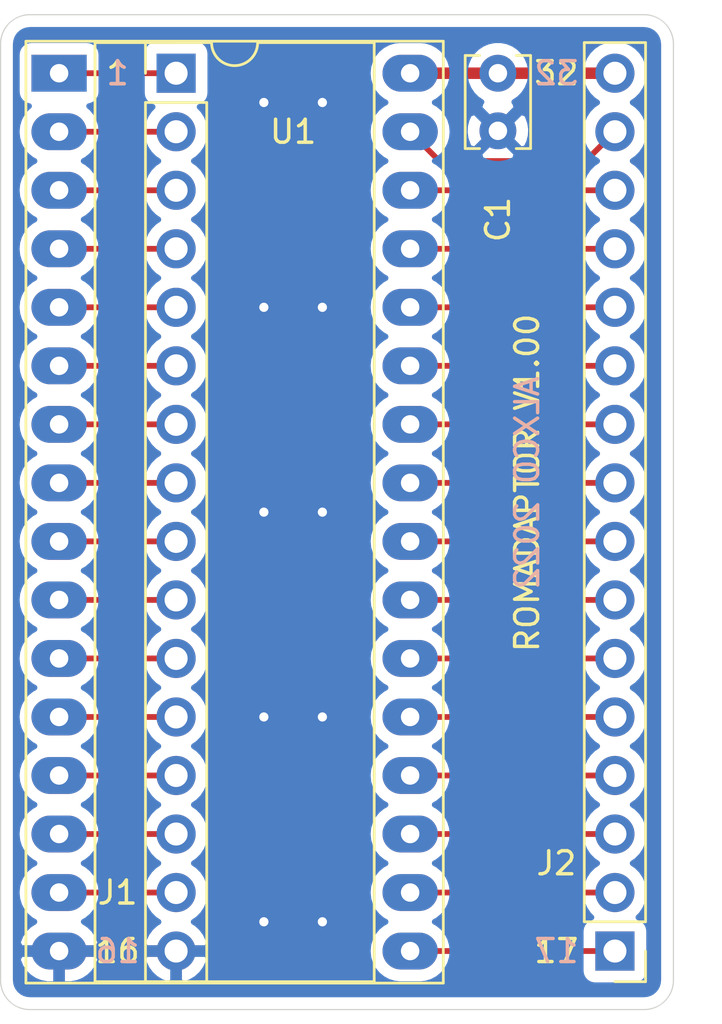
<source format=kicad_pcb>
(kicad_pcb (version 20211014) (generator pcbnew)
  (layers (0 "F.Cu" signal) (31 "B.Cu" signal) (34 "B.Paste" user) (35 "F.Paste" user) (36 "B.SilkS" user "B.Silkscreen") (37 "F.SilkS" user "F.Silkscreen") (38 "B.Mask" user) (39 "F.Mask" user) (44 "Edge.Cuts" user))
  (net 0 "")
  (net 1 "GND")
  (net 2 "+5V")
  (net 3 "/D2")
  (net 4 "/D1")
  (net 5 "/D0")
  (net 6 "/A0")
  (net 7 "/A1")
  (net 8 "/A2")
  (net 9 "/A3")
  (net 10 "/A4")
  (net 11 "/A5")
  (net 12 "/A6")
  (net 13 "/A7")
  (net 14 "/A12")
  (net 15 "/A15")
  (net 16 "/A16")
  (net 17 "/A18")
  (net 18 "/WR_N")
  (net 19 "/A17")
  (net 20 "/A14")
  (net 21 "/A13")
  (net 22 "/A8")
  (net 23 "/A9")
  (net 24 "/A11")
  (net 25 "/RD_N")
  (net 26 "/A10")
  (net 27 "/ROMCS_N")
  (net 28 "/D7")
  (net 29 "/D6")
  (net 30 "/D5")
  (net 31 "/D4")
  (net 32 "/D3")
  (footprint "Capacitor_THT:C_Disc_D3.8mm_W2.6mm_P2.50mm" (layer "F.Cu") (at 46.99 35.56 -90)
    (fp_text reference "C1" (at 6.35 0 90) (layer "F.SilkS"))
    (fp_text value "100n")
    (fp_line (start -0.77 0.795) (end -0.77 1.42) (layer "F.SilkS") (width 0.12))
    (fp_line (start -0.77 1.42) (end 3.27 1.42) (layer "F.SilkS") (width 0.12))
    (fp_line (start -0.77 -1.42) (end -0.77 -0.795) (layer "F.SilkS") (width 0.12))
    (fp_line (start 3.27 0.795) (end 3.27 1.42) (layer "F.SilkS") (width 0.12))
    (fp_line (start -0.77 -1.42) (end 3.27 -1.42) (layer "F.SilkS") (width 0.12))
    (fp_line (start 3.27 -1.42) (end 3.27 -0.795) (layer "F.SilkS") (width 0.12))
    (pad "1" thru_hole circle locked (at 0 0 270) (size 1.6 1.6) (drill 0.8) (layers *.Cu *.Mask) (net 2 "+5V"))
    (pad "2" thru_hole circle locked (at 2.5 0 270) (size 1.6 1.6) (drill 0.8) (layers *.Cu *.Mask) (net 1 "GND"))
  )
  (footprint "Connector_PinHeader_2.54mm:PinHeader_1x16_P2.54mm_Vertical" (layer "F.Cu") (at 33.02 35.56)
    (fp_text reference "J1" (at -2.54 35.56) (layer "F.SilkS"))
    (fp_text value "Conn_01x16")
    (fp_line (start -1.33 0) (end -1.33 -1.33) (layer "F.SilkS") (width 0.12))
    (fp_line (start -1.33 1.27) (end 1.33 1.27) (layer "F.SilkS") (width 0.12))
    (fp_line (start -1.33 1.27) (end -1.33 39.43) (layer "F.SilkS") (width 0.12))
    (fp_line (start 1.33 1.27) (end 1.33 39.43) (layer "F.SilkS") (width 0.12))
    (fp_line (start -1.33 -1.33) (end 0 -1.33) (layer "F.SilkS") (width 0.12))
    (fp_line (start -1.33 39.43) (end 1.33 39.43) (layer "F.SilkS") (width 0.12))
    (pad "1" thru_hole rect locked (at 0 0) (size 1.7 1.7) (drill 1) (layers *.Cu *.Mask) (net 17 "/A18"))
    (pad "2" thru_hole oval locked (at 0 2.54) (size 1.7 1.7) (drill 1) (layers *.Cu *.Mask) (net 16 "/A16"))
    (pad "3" thru_hole oval locked (at 0 5.08) (size 1.7 1.7) (drill 1) (layers *.Cu *.Mask) (net 15 "/A15"))
    (pad "4" thru_hole oval locked (at 0 7.62) (size 1.7 1.7) (drill 1) (layers *.Cu *.Mask) (net 14 "/A12"))
    (pad "5" thru_hole oval locked (at 0 10.16) (size 1.7 1.7) (drill 1) (layers *.Cu *.Mask) (net 13 "/A7"))
    (pad "6" thru_hole oval locked (at 0 12.7) (size 1.7 1.7) (drill 1) (layers *.Cu *.Mask) (net 12 "/A6"))
    (pad "7" thru_hole oval locked (at 0 15.24) (size 1.7 1.7) (drill 1) (layers *.Cu *.Mask) (net 11 "/A5"))
    (pad "8" thru_hole oval locked (at 0 17.78) (size 1.7 1.7) (drill 1) (layers *.Cu *.Mask) (net 10 "/A4"))
    (pad "9" thru_hole oval locked (at 0 20.32) (size 1.7 1.7) (drill 1) (layers *.Cu *.Mask) (net 9 "/A3"))
    (pad "10" thru_hole oval locked (at 0 22.86) (size 1.7 1.7) (drill 1) (layers *.Cu *.Mask) (net 8 "/A2"))
    (pad "11" thru_hole oval locked (at 0 25.4) (size 1.7 1.7) (drill 1) (layers *.Cu *.Mask) (net 7 "/A1"))
    (pad "12" thru_hole oval locked (at 0 27.94) (size 1.7 1.7) (drill 1) (layers *.Cu *.Mask) (net 6 "/A0"))
    (pad "13" thru_hole oval locked (at 0 30.48) (size 1.7 1.7) (drill 1) (layers *.Cu *.Mask) (net 5 "/D0"))
    (pad "14" thru_hole oval locked (at 0 33.02) (size 1.7 1.7) (drill 1) (layers *.Cu *.Mask) (net 4 "/D1"))
    (pad "15" thru_hole oval locked (at 0 35.56) (size 1.7 1.7) (drill 1) (layers *.Cu *.Mask) (net 3 "/D2"))
    (pad "16" thru_hole oval locked (at 0 38.1) (size 1.7 1.7) (drill 1) (layers *.Cu *.Mask) (net 1 "GND"))
  )
  (footprint "Connector_PinHeader_2.54mm:PinHeader_1x16_P2.54mm_Vertical" (layer "F.Cu") (at 52.07 73.66 180)
    (fp_text reference "J2" (at 2.54 3.81) (layer "F.SilkS"))
    (fp_text value "Conn_01x16")
    (fp_line (start -1.33 0) (end -1.33 -1.33) (layer "F.SilkS") (width 0.12))
    (fp_line (start -1.33 1.27) (end 1.33 1.27) (layer "F.SilkS") (width 0.12))
    (fp_line (start -1.33 -1.33) (end 0 -1.33) (layer "F.SilkS") (width 0.12))
    (fp_line (start -1.33 39.43) (end 1.33 39.43) (layer "F.SilkS") (width 0.12))
    (fp_line (start 1.33 1.27) (end 1.33 39.43) (layer "F.SilkS") (width 0.12))
    (fp_line (start -1.33 1.27) (end -1.33 39.43) (layer "F.SilkS") (width 0.12))
    (pad "1" thru_hole rect locked (at 0 0 180) (size 1.7 1.7) (drill 1) (layers *.Cu *.Mask) (net 32 "/D3"))
    (pad "2" thru_hole oval locked (at 0 2.54 180) (size 1.7 1.7) (drill 1) (layers *.Cu *.Mask) (net 31 "/D4"))
    (pad "3" thru_hole oval locked (at 0 5.08 180) (size 1.7 1.7) (drill 1) (layers *.Cu *.Mask) (net 30 "/D5"))
    (pad "4" thru_hole oval locked (at 0 7.62 180) (size 1.7 1.7) (drill 1) (layers *.Cu *.Mask) (net 29 "/D6"))
    (pad "5" thru_hole oval locked (at 0 10.16 180) (size 1.7 1.7) (drill 1) (layers *.Cu *.Mask) (net 28 "/D7"))
    (pad "6" thru_hole oval locked (at 0 12.7 180) (size 1.7 1.7) (drill 1) (layers *.Cu *.Mask) (net 27 "/ROMCS_N"))
    (pad "7" thru_hole oval locked (at 0 15.24 180) (size 1.7 1.7) (drill 1) (layers *.Cu *.Mask) (net 26 "/A10"))
    (pad "8" thru_hole oval locked (at 0 17.78 180) (size 1.7 1.7) (drill 1) (layers *.Cu *.Mask) (net 25 "/RD_N"))
    (pad "9" thru_hole oval locked (at 0 20.32 180) (size 1.7 1.7) (drill 1) (layers *.Cu *.Mask) (net 24 "/A11"))
    (pad "10" thru_hole oval locked (at 0 22.86 180) (size 1.7 1.7) (drill 1) (layers *.Cu *.Mask) (net 23 "/A9"))
    (pad "11" thru_hole oval locked (at 0 25.4 180) (size 1.7 1.7) (drill 1) (layers *.Cu *.Mask) (net 22 "/A8"))
    (pad "12" thru_hole oval locked (at 0 27.94 180) (size 1.7 1.7) (drill 1) (layers *.Cu *.Mask) (net 21 "/A13"))
    (pad "13" thru_hole oval locked (at 0 30.48 180) (size 1.7 1.7) (drill 1) (layers *.Cu *.Mask) (net 20 "/A14"))
    (pad "14" thru_hole oval locked (at 0 33.02 180) (size 1.7 1.7) (drill 1) (layers *.Cu *.Mask) (net 19 "/A17"))
    (pad "15" thru_hole oval locked (at 0 35.56 180) (size 1.7 1.7) (drill 1) (layers *.Cu *.Mask) (net 18 "/WR_N"))
    (pad "16" thru_hole oval locked (at 0 38.1 180) (size 1.7 1.7) (drill 1) (layers *.Cu *.Mask) (net 2 "+5V"))
  )
  (footprint "Package_DIP:DIP-32_W15.24mm_Socket_LongPads" (layer "F.Cu") (at 27.94 35.56)
    (fp_text reference "U1" (at 10.16 2.54) (layer "F.SilkS"))
    (fp_text value "SST39SF040")
    (fp_line (start -1.44 -1.39) (end -1.44 39.49) (layer "F.SilkS") (width 0.12))
    (fp_line (start 6.62 -1.33) (end 1.56 -1.33) (layer "F.SilkS") (width 0.12))
    (fp_line (start 1.56 39.43) (end 13.68 39.43) (layer "F.SilkS") (width 0.12))
    (fp_line (start 16.68 39.49) (end 16.68 -1.39) (layer "F.SilkS") (width 0.12))
    (fp_line (start 13.68 39.43) (end 13.68 -1.33) (layer "F.SilkS") (width 0.12))
    (fp_line (start 16.68 -1.39) (end -1.44 -1.39) (layer "F.SilkS") (width 0.12))
    (fp_line (start -1.44 39.49) (end 16.68 39.49) (layer "F.SilkS") (width 0.12))
    (fp_line (start 1.56 -1.33) (end 1.56 39.43) (layer "F.SilkS") (width 0.12))
    (fp_line (start 13.68 -1.33) (end 8.62 -1.33) (layer "F.SilkS") (width 0.12))
    (fp_arc (start 8.62 -1.33) (mid 7.62 -0.33) (end 6.62 -1.33) (layer "F.SilkS") (width 0.12))
    (pad "1" thru_hole rect locked (at 0 0) (size 2.4 1.6) (drill 0.8) (layers *.Cu *.Mask) (net 17 "/A18"))
    (pad "2" thru_hole oval locked (at 0 2.54) (size 2.4 1.6) (drill 0.8) (layers *.Cu *.Mask) (net 16 "/A16"))
    (pad "3" thru_hole oval locked (at 0 5.08) (size 2.4 1.6) (drill 0.8) (layers *.Cu *.Mask) (net 15 "/A15"))
    (pad "4" thru_hole oval locked (at 0 7.62) (size 2.4 1.6) (drill 0.8) (layers *.Cu *.Mask) (net 14 "/A12"))
    (pad "5" thru_hole oval locked (at 0 10.16) (size 2.4 1.6) (drill 0.8) (layers *.Cu *.Mask) (net 13 "/A7"))
    (pad "6" thru_hole oval locked (at 0 12.7) (size 2.4 1.6) (drill 0.8) (layers *.Cu *.Mask) (net 12 "/A6"))
    (pad "7" thru_hole oval locked (at 0 15.24) (size 2.4 1.6) (drill 0.8) (layers *.Cu *.Mask) (net 11 "/A5"))
    (pad "8" thru_hole oval locked (at 0 17.78) (size 2.4 1.6) (drill 0.8) (layers *.Cu *.Mask) (net 10 "/A4"))
    (pad "9" thru_hole oval locked (at 0 20.32) (size 2.4 1.6) (drill 0.8) (layers *.Cu *.Mask) (net 9 "/A3"))
    (pad "10" thru_hole oval locked (at 0 22.86) (size 2.4 1.6) (drill 0.8) (layers *.Cu *.Mask) (net 8 "/A2"))
    (pad "11" thru_hole oval locked (at 0 25.4) (size 2.4 1.6) (drill 0.8) (layers *.Cu *.Mask) (net 7 "/A1"))
    (pad "12" thru_hole oval locked (at 0 27.94) (size 2.4 1.6) (drill 0.8) (layers *.Cu *.Mask) (net 6 "/A0"))
    (pad "13" thru_hole oval locked (at 0 30.48) (size 2.4 1.6) (drill 0.8) (layers *.Cu *.Mask) (net 5 "/D0"))
    (pad "14" thru_hole oval locked (at 0 33.02) (size 2.4 1.6) (drill 0.8) (layers *.Cu *.Mask) (net 4 "/D1"))
    (pad "15" thru_hole oval locked (at 0 35.56) (size 2.4 1.6) (drill 0.8) (layers *.Cu *.Mask) (net 3 "/D2"))
    (pad "16" thru_hole oval locked (at 0 38.1) (size 2.4 1.6) (drill 0.8) (layers *.Cu *.Mask) (net 1 "GND"))
    (pad "17" thru_hole oval locked (at 15.24 38.1) (size 2.4 1.6) (drill 0.8) (layers *.Cu *.Mask) (net 32 "/D3"))
    (pad "18" thru_hole oval locked (at 15.24 35.56) (size 2.4 1.6) (drill 0.8) (layers *.Cu *.Mask) (net 31 "/D4"))
    (pad "19" thru_hole oval locked (at 15.24 33.02) (size 2.4 1.6) (drill 0.8) (layers *.Cu *.Mask) (net 30 "/D5"))
    (pad "20" thru_hole oval locked (at 15.24 30.48) (size 2.4 1.6) (drill 0.8) (layers *.Cu *.Mask) (net 29 "/D6"))
    (pad "21" thru_hole oval locked (at 15.24 27.94) (size 2.4 1.6) (drill 0.8) (layers *.Cu *.Mask) (net 28 "/D7"))
    (pad "22" thru_hole oval locked (at 15.24 25.4) (size 2.4 1.6) (drill 0.8) (layers *.Cu *.Mask) (net 27 "/ROMCS_N"))
    (pad "23" thru_hole oval locked (at 15.24 22.86) (size 2.4 1.6) (drill 0.8) (layers *.Cu *.Mask) (net 26 "/A10"))
    (pad "24" thru_hole oval locked (at 15.24 20.32) (size 2.4 1.6) (drill 0.8) (layers *.Cu *.Mask) (net 25 "/RD_N"))
    (pad "25" thru_hole oval locked (at 15.24 17.78) (size 2.4 1.6) (drill 0.8) (layers *.Cu *.Mask) (net 24 "/A11"))
    (pad "26" thru_hole oval locked (at 15.24 15.24) (size 2.4 1.6) (drill 0.8) (layers *.Cu *.Mask) (net 23 "/A9"))
    (pad "27" thru_hole oval locked (at 15.24 12.7) (size 2.4 1.6) (drill 0.8) (layers *.Cu *.Mask) (net 22 "/A8"))
    (pad "28" thru_hole oval locked (at 15.24 10.16) (size 2.4 1.6) (drill 0.8) (layers *.Cu *.Mask) (net 21 "/A13"))
    (pad "29" thru_hole oval locked (at 15.24 7.62) (size 2.4 1.6) (drill 0.8) (layers *.Cu *.Mask) (net 20 "/A14"))
    (pad "30" thru_hole oval locked (at 15.24 5.08) (size 2.4 1.6) (drill 0.8) (layers *.Cu *.Mask) (net 19 "/A17"))
    (pad "31" thru_hole oval locked (at 15.24 2.54) (size 2.4 1.6) (drill 0.8) (layers *.Cu *.Mask) (net 18 "/WR_N"))
    (pad "32" thru_hole oval locked (at 15.24 0) (size 2.4 1.6) (drill 0.8) (layers *.Cu *.Mask) (net 2 "+5V"))
  )
  (gr_arc (start 53.34 33.02) (mid 54.238026 33.391974) (end 54.61 34.29) (layer "Edge.Cuts") (width 0.05))
  (gr_arc (start 54.61 74.93) (mid 54.238026 75.828026) (end 53.34 76.2) (layer "Edge.Cuts") (width 0.05))
  (gr_line (start 26.67 76.2) (end 53.34 76.2) (layer "Edge.Cuts") (width 0.05))
  (gr_line (start 25.4 74.93) (end 25.4 34.29) (layer "Edge.Cuts") (width 0.05))
  (gr_line (start 26.67 33.02) (end 53.34 33.02) (layer "Edge.Cuts") (width 0.05))
  (gr_arc (start 25.4 34.29) (mid 25.771974 33.391974) (end 26.67 33.02) (layer "Edge.Cuts") (width 0.05))
  (gr_line (start 54.61 34.29) (end 54.61 74.93) (layer "Edge.Cuts") (width 0.05))
  (gr_arc (start 26.67 76.2) (mid 25.771974 75.828026) (end 25.4 74.93) (layer "Edge.Cuts") (width 0.05))
  (gr_text "32" (at 49.53 35.56) (layer "B.SilkS") (effects (font (size 1 1)) (justify mirror)))
  (gr_text "16" (at 30.48 73.66) (layer "B.SilkS") (effects (font (size 1 1)) (justify mirror)))
  (gr_text "17" (at 49.53 73.66) (layer "B.SilkS") (effects (font (size 1 1)) (justify mirror)))
  (gr_text "1" (at 30.48 35.56) (layer "B.SilkS") (effects (font (size 1 1)) (justify mirror)))
  (gr_text "ALXCO 2022" (at 48.26 53.34 90) (layer "B.SilkS") (effects (font (size 1 1)) (justify mirror)))
  (gr_text "ROMADAPTOR V1.00" (at 48.26 53.34 90) (layer "F.SilkS") (effects (font (size 1 1))))
  (gr_text "32" (at 49.53 35.56) (layer "F.SilkS") (effects (font (size 1 1))))
  (gr_text "17" (at 49.53 73.66) (layer "F.SilkS") (effects (font (size 1 1))))
  (gr_text "1" (at 30.48 35.56) (layer "F.SilkS") (effects (font (size 1 1))))
  (gr_text "16" (at 30.48 73.66) (layer "F.SilkS") (effects (font (size 1 1))))
  (segment (start 33.02 73.66) (end 27.94 73.66) (width 0.5) (layer "F.Cu") (net 1))
  (via (at 39.37 45.72) (size 0.8) (drill 0.4) (layers "F.Cu" "B.Cu") (net 1))
  (via (at 36.83 63.5) (size 0.8) (drill 0.4) (layers "F.Cu" "B.Cu") (net 1))
  (via (at 39.37 54.61) (size 0.8) (drill 0.4) (layers "F.Cu" "B.Cu") (net 1))
  (via (at 39.37 36.83) (size 0.8) (drill 0.4) (layers "F.Cu" "B.Cu") (net 1))
  (via (at 39.37 63.5) (size 0.8) (drill 0.4) (layers "F.Cu" "B.Cu") (net 1))
  (via (at 36.83 54.61) (size 0.8) (drill 0.4) (layers "F.Cu" "B.Cu") (net 1))
  (via (at 36.83 36.83) (size 0.8) (drill 0.4) (layers "F.Cu" "B.Cu") (net 1))
  (via (at 36.83 72.39) (size 0.8) (drill 0.4) (layers "F.Cu" "B.Cu") (net 1))
  (via (at 36.83 45.72) (size 0.8) (drill 0.4) (layers "F.Cu" "B.Cu") (net 1))
  (via (at 39.37 72.39) (size 0.8) (drill 0.4) (layers "F.Cu" "B.Cu") (net 1))
  (segment (start 46.99 35.56) (end 52.07 35.56) (width 0.5) (layer "F.Cu") (net 2))
  (segment (start 43.18 35.56) (end 46.99 35.56) (width 0.5) (layer "F.Cu") (net 2))
  (segment (start 33.02 71.12) (end 27.94 71.12) (width 0.25) (layer "F.Cu") (net 3))
  (segment (start 27.94 68.58) (end 33.02 68.58) (width 0.25) (layer "F.Cu") (net 4))
  (segment (start 33.02 66.04) (end 27.94 66.04) (width 0.25) (layer "F.Cu") (net 5))
  (segment (start 27.94 63.5) (end 33.02 63.5) (width 0.25) (layer "F.Cu") (net 6))
  (segment (start 33.02 60.96) (end 27.94 60.96) (width 0.25) (layer "F.Cu") (net 7))
  (segment (start 27.94 58.42) (end 33.02 58.42) (width 0.25) (layer "F.Cu") (net 8))
  (segment (start 33.02 55.88) (end 27.94 55.88) (width 0.25) (layer "F.Cu") (net 9))
  (segment (start 27.94 53.34) (end 33.02 53.34) (width 0.25) (layer "F.Cu") (net 10))
  (segment (start 33.02 50.8) (end 27.94 50.8) (width 0.25) (layer "F.Cu") (net 11))
  (segment (start 27.94 48.26) (end 33.02 48.26) (width 0.25) (layer "F.Cu") (net 12))
  (segment (start 33.02 45.72) (end 27.94 45.72) (width 0.25) (layer "F.Cu") (net 13))
  (segment (start 27.94 43.18) (end 33.02 43.18) (width 0.25) (layer "F.Cu") (net 14))
  (segment (start 33.02 40.64) (end 27.94 40.64) (width 0.25) (layer "F.Cu") (net 15))
  (segment (start 27.94 38.1) (end 33.02 38.1) (width 0.25) (layer "F.Cu") (net 16))
  (segment (start 33.02 35.56) (end 27.94 35.56) (width 0.25) (layer "F.Cu") (net 17))
  (segment (start 50.8 39.37) (end 52.07 38.1) (width 0.25) (layer "F.Cu") (net 18))
  (segment (start 43.18 38.1) (end 44.45 39.37) (width 0.25) (layer "F.Cu") (net 18))
  (segment (start 44.45 39.37) (end 50.8 39.37) (width 0.25) (layer "F.Cu") (net 18))
  (segment (start 43.18 40.64) (end 52.07 40.64) (width 0.25) (layer "F.Cu") (net 19))
  (segment (start 43.18 43.18) (end 52.07 43.18) (width 0.25) (layer "F.Cu") (net 20))
  (segment (start 43.18 45.72) (end 52.07 45.72) (width 0.25) (layer "F.Cu") (net 21))
  (segment (start 43.18 48.26) (end 52.07 48.26) (width 0.25) (layer "F.Cu") (net 22))
  (segment (start 43.18 50.8) (end 52.07 50.8) (width 0.25) (layer "F.Cu") (net 23))
  (segment (start 43.18 53.34) (end 52.07 53.34) (width 0.25) (layer "F.Cu") (net 24))
  (segment (start 43.18 55.88) (end 52.07 55.88) (width 0.25) (layer "F.Cu") (net 25))
  (segment (start 43.18 58.42) (end 52.07 58.42) (width 0.25) (layer "F.Cu") (net 26))
  (segment (start 43.18 60.96) (end 52.07 60.96) (width 0.25) (layer "F.Cu") (net 27))
  (segment (start 43.18 63.5) (end 52.07 63.5) (width 0.25) (layer "F.Cu") (net 28))
  (segment (start 43.18 66.04) (end 52.07 66.04) (width 0.25) (layer "F.Cu") (net 29))
  (segment (start 43.18 68.58) (end 52.07 68.58) (width 0.25) (layer "F.Cu") (net 30))
  (segment (start 43.18 71.12) (end 52.07 71.12) (width 0.25) (layer "F.Cu") (net 31))
  (segment (start 43.18 73.66) (end 52.07 73.66) (width 0.25) (layer "F.Cu") (net 32))
  (zone (net 1) (net_name "GND") (layer "F.Cu") (connect_pads (clearance 0.508)) (min_thickness 0.254) (fill yes (thermal_gap 0.508) (thermal_bridge_width 0.508) (smoothing fillet) (radius 1))
    (polygon (pts (xy 40.64 73.66) (xy 35.56 73.66) (xy 35.56 35.56) (xy 40.64 35.56)))
  )
  (zone (net 1) (net_name "GND") (layer "B.Cu") (connect_pads (clearance 0.508)) (min_thickness 0.254) (fill yes (thermal_gap 0.508) (thermal_bridge_width 0.508))
    (polygon (pts (xy 54.61 76.2) (xy 25.4 76.2) (xy 25.4 33.02) (xy 54.61 33.02)))
  )
)
</source>
